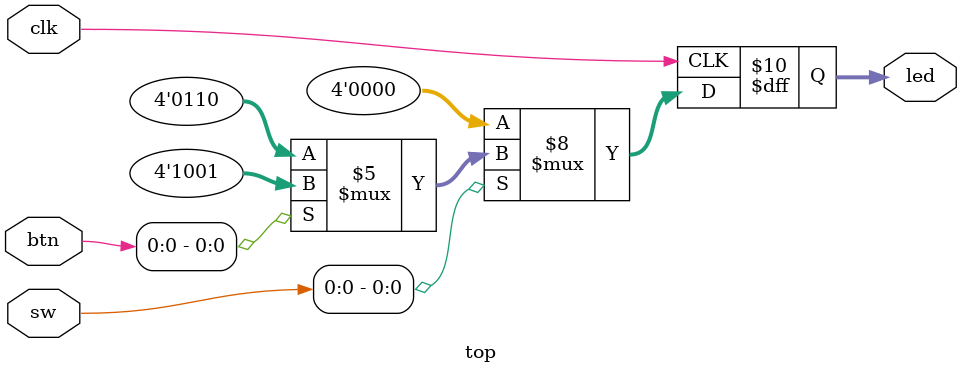
<source format=sv>

`default_nettype none
`timescale 1ns / 1ps

module top (
    input wire logic clk,
    input wire logic [3:0] sw,
    input wire logic [3:0] btn,
    output     logic [3:0] led
    );
    
    always_ff @(posedge clk) begin
        if(sw[0] == 0) begin
            led[3:0] <= 4'b0000;
        end else begin
            if (btn[0] == 0) begin
                led[3:0] <= 4'b0110;
            end else begin
                led[3:0] <= 4'b1001;
            end
        end
    end
endmodule

</source>
